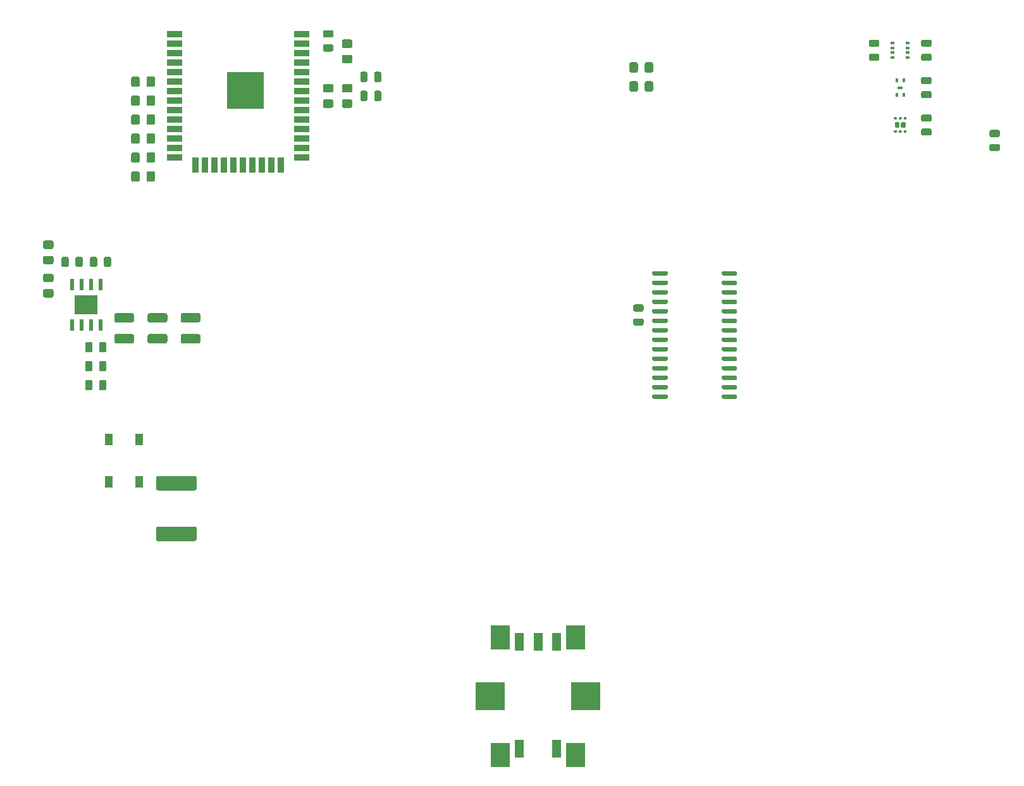
<source format=gbr>
G04 #@! TF.GenerationSoftware,KiCad,Pcbnew,(5.1.9-0-10_14)*
G04 #@! TF.CreationDate,2021-03-25T01:17:32-05:00*
G04 #@! TF.ProjectId,ClimateSprinklerController,436c696d-6174-4655-9370-72696e6b6c65,rev?*
G04 #@! TF.SameCoordinates,Original*
G04 #@! TF.FileFunction,Paste,Bot*
G04 #@! TF.FilePolarity,Positive*
%FSLAX46Y46*%
G04 Gerber Fmt 4.6, Leading zero omitted, Abs format (unit mm)*
G04 Created by KiCad (PCBNEW (5.1.9-0-10_14)) date 2021-03-25 01:17:32*
%MOMM*%
%LPD*%
G01*
G04 APERTURE LIST*
%ADD10R,1.300000X2.400000*%
%ADD11R,4.000000X3.750000*%
%ADD12R,2.500000X3.200000*%
%ADD13R,0.500000X0.350000*%
%ADD14R,0.300000X0.500000*%
%ADD15R,0.800000X0.350000*%
%ADD16R,3.100000X2.600000*%
%ADD17R,0.600000X1.550000*%
%ADD18R,2.000000X0.900000*%
%ADD19R,0.900000X2.000000*%
%ADD20R,5.000000X5.000000*%
%ADD21R,1.100000X1.500000*%
G04 APERTURE END LIST*
G36*
G01*
X104580000Y-84950000D02*
X102430000Y-84950000D01*
G75*
G02*
X102180000Y-84700000I0J250000D01*
G01*
X102180000Y-83950000D01*
G75*
G02*
X102430000Y-83700000I250000J0D01*
G01*
X104580000Y-83700000D01*
G75*
G02*
X104830000Y-83950000I0J-250000D01*
G01*
X104830000Y-84700000D01*
G75*
G02*
X104580000Y-84950000I-250000J0D01*
G01*
G37*
G36*
G01*
X104580000Y-87750000D02*
X102430000Y-87750000D01*
G75*
G02*
X102180000Y-87500000I0J250000D01*
G01*
X102180000Y-86750000D01*
G75*
G02*
X102430000Y-86500000I250000J0D01*
G01*
X104580000Y-86500000D01*
G75*
G02*
X104830000Y-86750000I0J-250000D01*
G01*
X104830000Y-87500000D01*
G75*
G02*
X104580000Y-87750000I-250000J0D01*
G01*
G37*
G36*
G01*
X100135000Y-84950000D02*
X97985000Y-84950000D01*
G75*
G02*
X97735000Y-84700000I0J250000D01*
G01*
X97735000Y-83950000D01*
G75*
G02*
X97985000Y-83700000I250000J0D01*
G01*
X100135000Y-83700000D01*
G75*
G02*
X100385000Y-83950000I0J-250000D01*
G01*
X100385000Y-84700000D01*
G75*
G02*
X100135000Y-84950000I-250000J0D01*
G01*
G37*
G36*
G01*
X100135000Y-87750000D02*
X97985000Y-87750000D01*
G75*
G02*
X97735000Y-87500000I0J250000D01*
G01*
X97735000Y-86750000D01*
G75*
G02*
X97985000Y-86500000I250000J0D01*
G01*
X100135000Y-86500000D01*
G75*
G02*
X100385000Y-86750000I0J-250000D01*
G01*
X100385000Y-87500000D01*
G75*
G02*
X100135000Y-87750000I-250000J0D01*
G01*
G37*
G36*
G01*
X95690000Y-84950000D02*
X93540000Y-84950000D01*
G75*
G02*
X93290000Y-84700000I0J250000D01*
G01*
X93290000Y-83950000D01*
G75*
G02*
X93540000Y-83700000I250000J0D01*
G01*
X95690000Y-83700000D01*
G75*
G02*
X95940000Y-83950000I0J-250000D01*
G01*
X95940000Y-84700000D01*
G75*
G02*
X95690000Y-84950000I-250000J0D01*
G01*
G37*
G36*
G01*
X95690000Y-87750000D02*
X93540000Y-87750000D01*
G75*
G02*
X93290000Y-87500000I0J250000D01*
G01*
X93290000Y-86750000D01*
G75*
G02*
X93540000Y-86500000I250000J0D01*
G01*
X95690000Y-86500000D01*
G75*
G02*
X95940000Y-86750000I0J-250000D01*
G01*
X95940000Y-87500000D01*
G75*
G02*
X95690000Y-87750000I-250000J0D01*
G01*
G37*
G36*
G01*
X128085000Y-55066250D02*
X128085000Y-54153750D01*
G75*
G02*
X128328750Y-53910000I243750J0D01*
G01*
X128816250Y-53910000D01*
G75*
G02*
X129060000Y-54153750I0J-243750D01*
G01*
X129060000Y-55066250D01*
G75*
G02*
X128816250Y-55310000I-243750J0D01*
G01*
X128328750Y-55310000D01*
G75*
G02*
X128085000Y-55066250I0J243750D01*
G01*
G37*
G36*
G01*
X126210000Y-55066250D02*
X126210000Y-54153750D01*
G75*
G02*
X126453750Y-53910000I243750J0D01*
G01*
X126941250Y-53910000D01*
G75*
G02*
X127185000Y-54153750I0J-243750D01*
G01*
X127185000Y-55066250D01*
G75*
G02*
X126941250Y-55310000I-243750J0D01*
G01*
X126453750Y-55310000D01*
G75*
G02*
X126210000Y-55066250I0J243750D01*
G01*
G37*
G36*
G01*
X128085000Y-52526250D02*
X128085000Y-51613750D01*
G75*
G02*
X128328750Y-51370000I243750J0D01*
G01*
X128816250Y-51370000D01*
G75*
G02*
X129060000Y-51613750I0J-243750D01*
G01*
X129060000Y-52526250D01*
G75*
G02*
X128816250Y-52770000I-243750J0D01*
G01*
X128328750Y-52770000D01*
G75*
G02*
X128085000Y-52526250I0J243750D01*
G01*
G37*
G36*
G01*
X126210000Y-52526250D02*
X126210000Y-51613750D01*
G75*
G02*
X126453750Y-51370000I243750J0D01*
G01*
X126941250Y-51370000D01*
G75*
G02*
X127185000Y-51613750I0J-243750D01*
G01*
X127185000Y-52526250D01*
G75*
G02*
X126941250Y-52770000I-243750J0D01*
G01*
X126453750Y-52770000D01*
G75*
G02*
X126210000Y-52526250I0J243750D01*
G01*
G37*
G36*
G01*
X124009999Y-55060000D02*
X124910001Y-55060000D01*
G75*
G02*
X125160000Y-55309999I0J-249999D01*
G01*
X125160000Y-55960001D01*
G75*
G02*
X124910001Y-56210000I-249999J0D01*
G01*
X124009999Y-56210000D01*
G75*
G02*
X123760000Y-55960001I0J249999D01*
G01*
X123760000Y-55309999D01*
G75*
G02*
X124009999Y-55060000I249999J0D01*
G01*
G37*
G36*
G01*
X124009999Y-53010000D02*
X124910001Y-53010000D01*
G75*
G02*
X125160000Y-53259999I0J-249999D01*
G01*
X125160000Y-53910001D01*
G75*
G02*
X124910001Y-54160000I-249999J0D01*
G01*
X124009999Y-54160000D01*
G75*
G02*
X123760000Y-53910001I0J249999D01*
G01*
X123760000Y-53259999D01*
G75*
G02*
X124009999Y-53010000I249999J0D01*
G01*
G37*
G36*
G01*
X211593750Y-60129000D02*
X210681250Y-60129000D01*
G75*
G02*
X210437500Y-59885250I0J243750D01*
G01*
X210437500Y-59397750D01*
G75*
G02*
X210681250Y-59154000I243750J0D01*
G01*
X211593750Y-59154000D01*
G75*
G02*
X211837500Y-59397750I0J-243750D01*
G01*
X211837500Y-59885250D01*
G75*
G02*
X211593750Y-60129000I-243750J0D01*
G01*
G37*
G36*
G01*
X211593750Y-62004000D02*
X210681250Y-62004000D01*
G75*
G02*
X210437500Y-61760250I0J243750D01*
G01*
X210437500Y-61272750D01*
G75*
G02*
X210681250Y-61029000I243750J0D01*
G01*
X211593750Y-61029000D01*
G75*
G02*
X211837500Y-61272750I0J-243750D01*
G01*
X211837500Y-61760250D01*
G75*
G02*
X211593750Y-62004000I-243750J0D01*
G01*
G37*
D10*
X147500000Y-127700000D03*
X150000000Y-127700000D03*
X152500000Y-127700000D03*
D11*
X143625000Y-135000000D03*
D10*
X152500000Y-142000000D03*
X147500000Y-142000000D03*
D11*
X156375000Y-135000000D03*
D12*
X145000000Y-142900000D03*
X155000000Y-142900000D03*
X145000000Y-127100000D03*
X155000000Y-127100000D03*
G36*
G01*
X121463750Y-47694000D02*
X122376250Y-47694000D01*
G75*
G02*
X122620000Y-47937750I0J-243750D01*
G01*
X122620000Y-48425250D01*
G75*
G02*
X122376250Y-48669000I-243750J0D01*
G01*
X121463750Y-48669000D01*
G75*
G02*
X121220000Y-48425250I0J243750D01*
G01*
X121220000Y-47937750D01*
G75*
G02*
X121463750Y-47694000I243750J0D01*
G01*
G37*
G36*
G01*
X121463750Y-45819000D02*
X122376250Y-45819000D01*
G75*
G02*
X122620000Y-46062750I0J-243750D01*
G01*
X122620000Y-46550250D01*
G75*
G02*
X122376250Y-46794000I-243750J0D01*
G01*
X121463750Y-46794000D01*
G75*
G02*
X121220000Y-46550250I0J243750D01*
G01*
X121220000Y-46062750D01*
G75*
G02*
X121463750Y-45819000I243750J0D01*
G01*
G37*
G36*
G01*
X174610000Y-95019000D02*
X174610000Y-94719000D01*
G75*
G02*
X174760000Y-94569000I150000J0D01*
G01*
X176510000Y-94569000D01*
G75*
G02*
X176660000Y-94719000I0J-150000D01*
G01*
X176660000Y-95019000D01*
G75*
G02*
X176510000Y-95169000I-150000J0D01*
G01*
X174760000Y-95169000D01*
G75*
G02*
X174610000Y-95019000I0J150000D01*
G01*
G37*
G36*
G01*
X174610000Y-93749000D02*
X174610000Y-93449000D01*
G75*
G02*
X174760000Y-93299000I150000J0D01*
G01*
X176510000Y-93299000D01*
G75*
G02*
X176660000Y-93449000I0J-150000D01*
G01*
X176660000Y-93749000D01*
G75*
G02*
X176510000Y-93899000I-150000J0D01*
G01*
X174760000Y-93899000D01*
G75*
G02*
X174610000Y-93749000I0J150000D01*
G01*
G37*
G36*
G01*
X174610000Y-92479000D02*
X174610000Y-92179000D01*
G75*
G02*
X174760000Y-92029000I150000J0D01*
G01*
X176510000Y-92029000D01*
G75*
G02*
X176660000Y-92179000I0J-150000D01*
G01*
X176660000Y-92479000D01*
G75*
G02*
X176510000Y-92629000I-150000J0D01*
G01*
X174760000Y-92629000D01*
G75*
G02*
X174610000Y-92479000I0J150000D01*
G01*
G37*
G36*
G01*
X174610000Y-91209000D02*
X174610000Y-90909000D01*
G75*
G02*
X174760000Y-90759000I150000J0D01*
G01*
X176510000Y-90759000D01*
G75*
G02*
X176660000Y-90909000I0J-150000D01*
G01*
X176660000Y-91209000D01*
G75*
G02*
X176510000Y-91359000I-150000J0D01*
G01*
X174760000Y-91359000D01*
G75*
G02*
X174610000Y-91209000I0J150000D01*
G01*
G37*
G36*
G01*
X174610000Y-89939000D02*
X174610000Y-89639000D01*
G75*
G02*
X174760000Y-89489000I150000J0D01*
G01*
X176510000Y-89489000D01*
G75*
G02*
X176660000Y-89639000I0J-150000D01*
G01*
X176660000Y-89939000D01*
G75*
G02*
X176510000Y-90089000I-150000J0D01*
G01*
X174760000Y-90089000D01*
G75*
G02*
X174610000Y-89939000I0J150000D01*
G01*
G37*
G36*
G01*
X174610000Y-88669000D02*
X174610000Y-88369000D01*
G75*
G02*
X174760000Y-88219000I150000J0D01*
G01*
X176510000Y-88219000D01*
G75*
G02*
X176660000Y-88369000I0J-150000D01*
G01*
X176660000Y-88669000D01*
G75*
G02*
X176510000Y-88819000I-150000J0D01*
G01*
X174760000Y-88819000D01*
G75*
G02*
X174610000Y-88669000I0J150000D01*
G01*
G37*
G36*
G01*
X174610000Y-87399000D02*
X174610000Y-87099000D01*
G75*
G02*
X174760000Y-86949000I150000J0D01*
G01*
X176510000Y-86949000D01*
G75*
G02*
X176660000Y-87099000I0J-150000D01*
G01*
X176660000Y-87399000D01*
G75*
G02*
X176510000Y-87549000I-150000J0D01*
G01*
X174760000Y-87549000D01*
G75*
G02*
X174610000Y-87399000I0J150000D01*
G01*
G37*
G36*
G01*
X174610000Y-86129000D02*
X174610000Y-85829000D01*
G75*
G02*
X174760000Y-85679000I150000J0D01*
G01*
X176510000Y-85679000D01*
G75*
G02*
X176660000Y-85829000I0J-150000D01*
G01*
X176660000Y-86129000D01*
G75*
G02*
X176510000Y-86279000I-150000J0D01*
G01*
X174760000Y-86279000D01*
G75*
G02*
X174610000Y-86129000I0J150000D01*
G01*
G37*
G36*
G01*
X174610000Y-84859000D02*
X174610000Y-84559000D01*
G75*
G02*
X174760000Y-84409000I150000J0D01*
G01*
X176510000Y-84409000D01*
G75*
G02*
X176660000Y-84559000I0J-150000D01*
G01*
X176660000Y-84859000D01*
G75*
G02*
X176510000Y-85009000I-150000J0D01*
G01*
X174760000Y-85009000D01*
G75*
G02*
X174610000Y-84859000I0J150000D01*
G01*
G37*
G36*
G01*
X174610000Y-83589000D02*
X174610000Y-83289000D01*
G75*
G02*
X174760000Y-83139000I150000J0D01*
G01*
X176510000Y-83139000D01*
G75*
G02*
X176660000Y-83289000I0J-150000D01*
G01*
X176660000Y-83589000D01*
G75*
G02*
X176510000Y-83739000I-150000J0D01*
G01*
X174760000Y-83739000D01*
G75*
G02*
X174610000Y-83589000I0J150000D01*
G01*
G37*
G36*
G01*
X174610000Y-82319000D02*
X174610000Y-82019000D01*
G75*
G02*
X174760000Y-81869000I150000J0D01*
G01*
X176510000Y-81869000D01*
G75*
G02*
X176660000Y-82019000I0J-150000D01*
G01*
X176660000Y-82319000D01*
G75*
G02*
X176510000Y-82469000I-150000J0D01*
G01*
X174760000Y-82469000D01*
G75*
G02*
X174610000Y-82319000I0J150000D01*
G01*
G37*
G36*
G01*
X174610000Y-81049000D02*
X174610000Y-80749000D01*
G75*
G02*
X174760000Y-80599000I150000J0D01*
G01*
X176510000Y-80599000D01*
G75*
G02*
X176660000Y-80749000I0J-150000D01*
G01*
X176660000Y-81049000D01*
G75*
G02*
X176510000Y-81199000I-150000J0D01*
G01*
X174760000Y-81199000D01*
G75*
G02*
X174610000Y-81049000I0J150000D01*
G01*
G37*
G36*
G01*
X174610000Y-79779000D02*
X174610000Y-79479000D01*
G75*
G02*
X174760000Y-79329000I150000J0D01*
G01*
X176510000Y-79329000D01*
G75*
G02*
X176660000Y-79479000I0J-150000D01*
G01*
X176660000Y-79779000D01*
G75*
G02*
X176510000Y-79929000I-150000J0D01*
G01*
X174760000Y-79929000D01*
G75*
G02*
X174610000Y-79779000I0J150000D01*
G01*
G37*
G36*
G01*
X174610000Y-78509000D02*
X174610000Y-78209000D01*
G75*
G02*
X174760000Y-78059000I150000J0D01*
G01*
X176510000Y-78059000D01*
G75*
G02*
X176660000Y-78209000I0J-150000D01*
G01*
X176660000Y-78509000D01*
G75*
G02*
X176510000Y-78659000I-150000J0D01*
G01*
X174760000Y-78659000D01*
G75*
G02*
X174610000Y-78509000I0J150000D01*
G01*
G37*
G36*
G01*
X165310000Y-78509000D02*
X165310000Y-78209000D01*
G75*
G02*
X165460000Y-78059000I150000J0D01*
G01*
X167210000Y-78059000D01*
G75*
G02*
X167360000Y-78209000I0J-150000D01*
G01*
X167360000Y-78509000D01*
G75*
G02*
X167210000Y-78659000I-150000J0D01*
G01*
X165460000Y-78659000D01*
G75*
G02*
X165310000Y-78509000I0J150000D01*
G01*
G37*
G36*
G01*
X165310000Y-79779000D02*
X165310000Y-79479000D01*
G75*
G02*
X165460000Y-79329000I150000J0D01*
G01*
X167210000Y-79329000D01*
G75*
G02*
X167360000Y-79479000I0J-150000D01*
G01*
X167360000Y-79779000D01*
G75*
G02*
X167210000Y-79929000I-150000J0D01*
G01*
X165460000Y-79929000D01*
G75*
G02*
X165310000Y-79779000I0J150000D01*
G01*
G37*
G36*
G01*
X165310000Y-81049000D02*
X165310000Y-80749000D01*
G75*
G02*
X165460000Y-80599000I150000J0D01*
G01*
X167210000Y-80599000D01*
G75*
G02*
X167360000Y-80749000I0J-150000D01*
G01*
X167360000Y-81049000D01*
G75*
G02*
X167210000Y-81199000I-150000J0D01*
G01*
X165460000Y-81199000D01*
G75*
G02*
X165310000Y-81049000I0J150000D01*
G01*
G37*
G36*
G01*
X165310000Y-82319000D02*
X165310000Y-82019000D01*
G75*
G02*
X165460000Y-81869000I150000J0D01*
G01*
X167210000Y-81869000D01*
G75*
G02*
X167360000Y-82019000I0J-150000D01*
G01*
X167360000Y-82319000D01*
G75*
G02*
X167210000Y-82469000I-150000J0D01*
G01*
X165460000Y-82469000D01*
G75*
G02*
X165310000Y-82319000I0J150000D01*
G01*
G37*
G36*
G01*
X165310000Y-83589000D02*
X165310000Y-83289000D01*
G75*
G02*
X165460000Y-83139000I150000J0D01*
G01*
X167210000Y-83139000D01*
G75*
G02*
X167360000Y-83289000I0J-150000D01*
G01*
X167360000Y-83589000D01*
G75*
G02*
X167210000Y-83739000I-150000J0D01*
G01*
X165460000Y-83739000D01*
G75*
G02*
X165310000Y-83589000I0J150000D01*
G01*
G37*
G36*
G01*
X165310000Y-84859000D02*
X165310000Y-84559000D01*
G75*
G02*
X165460000Y-84409000I150000J0D01*
G01*
X167210000Y-84409000D01*
G75*
G02*
X167360000Y-84559000I0J-150000D01*
G01*
X167360000Y-84859000D01*
G75*
G02*
X167210000Y-85009000I-150000J0D01*
G01*
X165460000Y-85009000D01*
G75*
G02*
X165310000Y-84859000I0J150000D01*
G01*
G37*
G36*
G01*
X165310000Y-86129000D02*
X165310000Y-85829000D01*
G75*
G02*
X165460000Y-85679000I150000J0D01*
G01*
X167210000Y-85679000D01*
G75*
G02*
X167360000Y-85829000I0J-150000D01*
G01*
X167360000Y-86129000D01*
G75*
G02*
X167210000Y-86279000I-150000J0D01*
G01*
X165460000Y-86279000D01*
G75*
G02*
X165310000Y-86129000I0J150000D01*
G01*
G37*
G36*
G01*
X165310000Y-87399000D02*
X165310000Y-87099000D01*
G75*
G02*
X165460000Y-86949000I150000J0D01*
G01*
X167210000Y-86949000D01*
G75*
G02*
X167360000Y-87099000I0J-150000D01*
G01*
X167360000Y-87399000D01*
G75*
G02*
X167210000Y-87549000I-150000J0D01*
G01*
X165460000Y-87549000D01*
G75*
G02*
X165310000Y-87399000I0J150000D01*
G01*
G37*
G36*
G01*
X165310000Y-88669000D02*
X165310000Y-88369000D01*
G75*
G02*
X165460000Y-88219000I150000J0D01*
G01*
X167210000Y-88219000D01*
G75*
G02*
X167360000Y-88369000I0J-150000D01*
G01*
X167360000Y-88669000D01*
G75*
G02*
X167210000Y-88819000I-150000J0D01*
G01*
X165460000Y-88819000D01*
G75*
G02*
X165310000Y-88669000I0J150000D01*
G01*
G37*
G36*
G01*
X165310000Y-89939000D02*
X165310000Y-89639000D01*
G75*
G02*
X165460000Y-89489000I150000J0D01*
G01*
X167210000Y-89489000D01*
G75*
G02*
X167360000Y-89639000I0J-150000D01*
G01*
X167360000Y-89939000D01*
G75*
G02*
X167210000Y-90089000I-150000J0D01*
G01*
X165460000Y-90089000D01*
G75*
G02*
X165310000Y-89939000I0J150000D01*
G01*
G37*
G36*
G01*
X165310000Y-91209000D02*
X165310000Y-90909000D01*
G75*
G02*
X165460000Y-90759000I150000J0D01*
G01*
X167210000Y-90759000D01*
G75*
G02*
X167360000Y-90909000I0J-150000D01*
G01*
X167360000Y-91209000D01*
G75*
G02*
X167210000Y-91359000I-150000J0D01*
G01*
X165460000Y-91359000D01*
G75*
G02*
X165310000Y-91209000I0J150000D01*
G01*
G37*
G36*
G01*
X165310000Y-92479000D02*
X165310000Y-92179000D01*
G75*
G02*
X165460000Y-92029000I150000J0D01*
G01*
X167210000Y-92029000D01*
G75*
G02*
X167360000Y-92179000I0J-150000D01*
G01*
X167360000Y-92479000D01*
G75*
G02*
X167210000Y-92629000I-150000J0D01*
G01*
X165460000Y-92629000D01*
G75*
G02*
X165310000Y-92479000I0J150000D01*
G01*
G37*
G36*
G01*
X165310000Y-93749000D02*
X165310000Y-93449000D01*
G75*
G02*
X165460000Y-93299000I150000J0D01*
G01*
X167210000Y-93299000D01*
G75*
G02*
X167360000Y-93449000I0J-150000D01*
G01*
X167360000Y-93749000D01*
G75*
G02*
X167210000Y-93899000I-150000J0D01*
G01*
X165460000Y-93899000D01*
G75*
G02*
X165310000Y-93749000I0J150000D01*
G01*
G37*
G36*
G01*
X165310000Y-95019000D02*
X165310000Y-94719000D01*
G75*
G02*
X165460000Y-94569000I150000J0D01*
G01*
X167210000Y-94569000D01*
G75*
G02*
X167360000Y-94719000I0J-150000D01*
G01*
X167360000Y-95019000D01*
G75*
G02*
X167210000Y-95169000I-150000J0D01*
G01*
X165460000Y-95169000D01*
G75*
G02*
X165310000Y-95019000I0J150000D01*
G01*
G37*
D13*
X199525000Y-49475000D03*
X199525000Y-48825000D03*
X199525000Y-48175000D03*
X199525000Y-47525000D03*
X197475000Y-47525000D03*
X197475000Y-48175000D03*
X197475000Y-48825000D03*
X197475000Y-49475000D03*
D14*
X198025000Y-52550000D03*
X198975000Y-54450000D03*
X198025000Y-54450000D03*
X198975000Y-52550000D03*
D15*
X198500000Y-53500000D03*
G36*
G01*
X198740000Y-58095000D02*
X199060000Y-58095000D01*
G75*
G02*
X199220000Y-58255000I0J-160000D01*
G01*
X199220000Y-58745000D01*
G75*
G02*
X199060000Y-58905000I-160000J0D01*
G01*
X198740000Y-58905000D01*
G75*
G02*
X198580000Y-58745000I0J160000D01*
G01*
X198580000Y-58255000D01*
G75*
G02*
X198740000Y-58095000I160000J0D01*
G01*
G37*
G36*
G01*
X197940000Y-58095000D02*
X198260000Y-58095000D01*
G75*
G02*
X198420000Y-58255000I0J-160000D01*
G01*
X198420000Y-58745000D01*
G75*
G02*
X198260000Y-58905000I-160000J0D01*
G01*
X197940000Y-58905000D01*
G75*
G02*
X197780000Y-58745000I0J160000D01*
G01*
X197780000Y-58255000D01*
G75*
G02*
X197940000Y-58095000I160000J0D01*
G01*
G37*
G36*
G01*
X197743750Y-59200000D02*
X197956250Y-59200000D01*
G75*
G02*
X198050000Y-59293750I0J-93750D01*
G01*
X198050000Y-59481250D01*
G75*
G02*
X197956250Y-59575000I-93750J0D01*
G01*
X197743750Y-59575000D01*
G75*
G02*
X197650000Y-59481250I0J93750D01*
G01*
X197650000Y-59293750D01*
G75*
G02*
X197743750Y-59200000I93750J0D01*
G01*
G37*
G36*
G01*
X198393750Y-59200000D02*
X198606250Y-59200000D01*
G75*
G02*
X198700000Y-59293750I0J-93750D01*
G01*
X198700000Y-59481250D01*
G75*
G02*
X198606250Y-59575000I-93750J0D01*
G01*
X198393750Y-59575000D01*
G75*
G02*
X198300000Y-59481250I0J93750D01*
G01*
X198300000Y-59293750D01*
G75*
G02*
X198393750Y-59200000I93750J0D01*
G01*
G37*
G36*
G01*
X199043750Y-59200000D02*
X199256250Y-59200000D01*
G75*
G02*
X199350000Y-59293750I0J-93750D01*
G01*
X199350000Y-59481250D01*
G75*
G02*
X199256250Y-59575000I-93750J0D01*
G01*
X199043750Y-59575000D01*
G75*
G02*
X198950000Y-59481250I0J93750D01*
G01*
X198950000Y-59293750D01*
G75*
G02*
X199043750Y-59200000I93750J0D01*
G01*
G37*
G36*
G01*
X199043750Y-57425000D02*
X199256250Y-57425000D01*
G75*
G02*
X199350000Y-57518750I0J-93750D01*
G01*
X199350000Y-57706250D01*
G75*
G02*
X199256250Y-57800000I-93750J0D01*
G01*
X199043750Y-57800000D01*
G75*
G02*
X198950000Y-57706250I0J93750D01*
G01*
X198950000Y-57518750D01*
G75*
G02*
X199043750Y-57425000I93750J0D01*
G01*
G37*
G36*
G01*
X198393750Y-57425000D02*
X198606250Y-57425000D01*
G75*
G02*
X198700000Y-57518750I0J-93750D01*
G01*
X198700000Y-57706250D01*
G75*
G02*
X198606250Y-57800000I-93750J0D01*
G01*
X198393750Y-57800000D01*
G75*
G02*
X198300000Y-57706250I0J93750D01*
G01*
X198300000Y-57518750D01*
G75*
G02*
X198393750Y-57425000I93750J0D01*
G01*
G37*
G36*
G01*
X197743750Y-57425000D02*
X197956250Y-57425000D01*
G75*
G02*
X198050000Y-57518750I0J-93750D01*
G01*
X198050000Y-57706250D01*
G75*
G02*
X197956250Y-57800000I-93750J0D01*
G01*
X197743750Y-57800000D01*
G75*
G02*
X197650000Y-57706250I0J93750D01*
G01*
X197650000Y-57518750D01*
G75*
G02*
X197743750Y-57425000I93750J0D01*
G01*
G37*
G36*
G01*
X91255000Y-91261250D02*
X91255000Y-90348750D01*
G75*
G02*
X91498750Y-90105000I243750J0D01*
G01*
X91986250Y-90105000D01*
G75*
G02*
X92230000Y-90348750I0J-243750D01*
G01*
X92230000Y-91261250D01*
G75*
G02*
X91986250Y-91505000I-243750J0D01*
G01*
X91498750Y-91505000D01*
G75*
G02*
X91255000Y-91261250I0J243750D01*
G01*
G37*
G36*
G01*
X89380000Y-91261250D02*
X89380000Y-90348750D01*
G75*
G02*
X89623750Y-90105000I243750J0D01*
G01*
X90111250Y-90105000D01*
G75*
G02*
X90355000Y-90348750I0J-243750D01*
G01*
X90355000Y-91261250D01*
G75*
G02*
X90111250Y-91505000I-243750J0D01*
G01*
X89623750Y-91505000D01*
G75*
G02*
X89380000Y-91261250I0J243750D01*
G01*
G37*
G36*
G01*
X122370001Y-54160000D02*
X121469999Y-54160000D01*
G75*
G02*
X121220000Y-53910001I0J249999D01*
G01*
X121220000Y-53259999D01*
G75*
G02*
X121469999Y-53010000I249999J0D01*
G01*
X122370001Y-53010000D01*
G75*
G02*
X122620000Y-53259999I0J-249999D01*
G01*
X122620000Y-53910001D01*
G75*
G02*
X122370001Y-54160000I-249999J0D01*
G01*
G37*
G36*
G01*
X122370001Y-56210000D02*
X121469999Y-56210000D01*
G75*
G02*
X121220000Y-55960001I0J249999D01*
G01*
X121220000Y-55309999D01*
G75*
G02*
X121469999Y-55060000I249999J0D01*
G01*
X122370001Y-55060000D01*
G75*
G02*
X122620000Y-55309999I0J-249999D01*
G01*
X122620000Y-55960001D01*
G75*
G02*
X122370001Y-56210000I-249999J0D01*
G01*
G37*
D16*
X89535000Y-82550000D03*
D17*
X91440000Y-79850000D03*
X90170000Y-79850000D03*
X88900000Y-79850000D03*
X87630000Y-79850000D03*
X87630000Y-85250000D03*
X88900000Y-85250000D03*
X90170000Y-85250000D03*
X91440000Y-85250000D03*
D18*
X101355000Y-46355000D03*
X101355000Y-47625000D03*
X101355000Y-48895000D03*
X101355000Y-50165000D03*
X101355000Y-51435000D03*
X101355000Y-52705000D03*
X101355000Y-53975000D03*
X101355000Y-55245000D03*
X101355000Y-56515000D03*
X101355000Y-57785000D03*
X101355000Y-59055000D03*
X101355000Y-60325000D03*
X101355000Y-61595000D03*
X101355000Y-62865000D03*
D19*
X104140000Y-63865000D03*
X105410000Y-63865000D03*
X106680000Y-63865000D03*
X107950000Y-63865000D03*
X109220000Y-63865000D03*
X110490000Y-63865000D03*
X111760000Y-63865000D03*
X113030000Y-63865000D03*
X114300000Y-63865000D03*
X115570000Y-63865000D03*
D18*
X118355000Y-62865000D03*
X118355000Y-61595000D03*
X118355000Y-60325000D03*
X118355000Y-59055000D03*
X118355000Y-57785000D03*
X118355000Y-56515000D03*
X118355000Y-55245000D03*
X118355000Y-53975000D03*
X118355000Y-52705000D03*
X118355000Y-51435000D03*
X118355000Y-50165000D03*
X118355000Y-48895000D03*
X118355000Y-47625000D03*
X118355000Y-46355000D03*
D20*
X110855000Y-53855000D03*
G36*
G01*
X96705000Y-52254999D02*
X96705000Y-53155001D01*
G75*
G02*
X96455001Y-53405000I-249999J0D01*
G01*
X95804999Y-53405000D01*
G75*
G02*
X95555000Y-53155001I0J249999D01*
G01*
X95555000Y-52254999D01*
G75*
G02*
X95804999Y-52005000I249999J0D01*
G01*
X96455001Y-52005000D01*
G75*
G02*
X96705000Y-52254999I0J-249999D01*
G01*
G37*
G36*
G01*
X98755000Y-52254999D02*
X98755000Y-53155001D01*
G75*
G02*
X98505001Y-53405000I-249999J0D01*
G01*
X97854999Y-53405000D01*
G75*
G02*
X97605000Y-53155001I0J249999D01*
G01*
X97605000Y-52254999D01*
G75*
G02*
X97854999Y-52005000I249999J0D01*
G01*
X98505001Y-52005000D01*
G75*
G02*
X98755000Y-52254999I0J-249999D01*
G01*
G37*
G36*
G01*
X84004999Y-80460000D02*
X84905001Y-80460000D01*
G75*
G02*
X85155000Y-80709999I0J-249999D01*
G01*
X85155000Y-81360001D01*
G75*
G02*
X84905001Y-81610000I-249999J0D01*
G01*
X84004999Y-81610000D01*
G75*
G02*
X83755000Y-81360001I0J249999D01*
G01*
X83755000Y-80709999D01*
G75*
G02*
X84004999Y-80460000I249999J0D01*
G01*
G37*
G36*
G01*
X84004999Y-78410000D02*
X84905001Y-78410000D01*
G75*
G02*
X85155000Y-78659999I0J-249999D01*
G01*
X85155000Y-79310001D01*
G75*
G02*
X84905001Y-79560000I-249999J0D01*
G01*
X84004999Y-79560000D01*
G75*
G02*
X83755000Y-79310001I0J249999D01*
G01*
X83755000Y-78659999D01*
G75*
G02*
X84004999Y-78410000I249999J0D01*
G01*
G37*
G36*
G01*
X84004999Y-76015000D02*
X84905001Y-76015000D01*
G75*
G02*
X85155000Y-76264999I0J-249999D01*
G01*
X85155000Y-76915001D01*
G75*
G02*
X84905001Y-77165000I-249999J0D01*
G01*
X84004999Y-77165000D01*
G75*
G02*
X83755000Y-76915001I0J249999D01*
G01*
X83755000Y-76264999D01*
G75*
G02*
X84004999Y-76015000I249999J0D01*
G01*
G37*
G36*
G01*
X84004999Y-73965000D02*
X84905001Y-73965000D01*
G75*
G02*
X85155000Y-74214999I0J-249999D01*
G01*
X85155000Y-74865001D01*
G75*
G02*
X84905001Y-75115000I-249999J0D01*
G01*
X84004999Y-75115000D01*
G75*
G02*
X83755000Y-74865001I0J249999D01*
G01*
X83755000Y-74214999D01*
G75*
G02*
X84004999Y-73965000I249999J0D01*
G01*
G37*
G36*
G01*
X164280000Y-53790001D02*
X164280000Y-52889999D01*
G75*
G02*
X164529999Y-52640000I249999J0D01*
G01*
X165180001Y-52640000D01*
G75*
G02*
X165430000Y-52889999I0J-249999D01*
G01*
X165430000Y-53790001D01*
G75*
G02*
X165180001Y-54040000I-249999J0D01*
G01*
X164529999Y-54040000D01*
G75*
G02*
X164280000Y-53790001I0J249999D01*
G01*
G37*
G36*
G01*
X162230000Y-53790001D02*
X162230000Y-52889999D01*
G75*
G02*
X162479999Y-52640000I249999J0D01*
G01*
X163130001Y-52640000D01*
G75*
G02*
X163380000Y-52889999I0J-249999D01*
G01*
X163380000Y-53790001D01*
G75*
G02*
X163130001Y-54040000I-249999J0D01*
G01*
X162479999Y-54040000D01*
G75*
G02*
X162230000Y-53790001I0J249999D01*
G01*
G37*
G36*
G01*
X164280000Y-51250001D02*
X164280000Y-50349999D01*
G75*
G02*
X164529999Y-50100000I249999J0D01*
G01*
X165180001Y-50100000D01*
G75*
G02*
X165430000Y-50349999I0J-249999D01*
G01*
X165430000Y-51250001D01*
G75*
G02*
X165180001Y-51500000I-249999J0D01*
G01*
X164529999Y-51500000D01*
G75*
G02*
X164280000Y-51250001I0J249999D01*
G01*
G37*
G36*
G01*
X162230000Y-51250001D02*
X162230000Y-50349999D01*
G75*
G02*
X162479999Y-50100000I249999J0D01*
G01*
X163130001Y-50100000D01*
G75*
G02*
X163380000Y-50349999I0J-249999D01*
G01*
X163380000Y-51250001D01*
G75*
G02*
X163130001Y-51500000I-249999J0D01*
G01*
X162479999Y-51500000D01*
G75*
G02*
X162230000Y-51250001I0J249999D01*
G01*
G37*
G36*
G01*
X97605000Y-65855001D02*
X97605000Y-64954999D01*
G75*
G02*
X97854999Y-64705000I249999J0D01*
G01*
X98505001Y-64705000D01*
G75*
G02*
X98755000Y-64954999I0J-249999D01*
G01*
X98755000Y-65855001D01*
G75*
G02*
X98505001Y-66105000I-249999J0D01*
G01*
X97854999Y-66105000D01*
G75*
G02*
X97605000Y-65855001I0J249999D01*
G01*
G37*
G36*
G01*
X95555000Y-65855001D02*
X95555000Y-64954999D01*
G75*
G02*
X95804999Y-64705000I249999J0D01*
G01*
X96455001Y-64705000D01*
G75*
G02*
X96705000Y-64954999I0J-249999D01*
G01*
X96705000Y-65855001D01*
G75*
G02*
X96455001Y-66105000I-249999J0D01*
G01*
X95804999Y-66105000D01*
G75*
G02*
X95555000Y-65855001I0J249999D01*
G01*
G37*
G36*
G01*
X97605000Y-60775001D02*
X97605000Y-59874999D01*
G75*
G02*
X97854999Y-59625000I249999J0D01*
G01*
X98505001Y-59625000D01*
G75*
G02*
X98755000Y-59874999I0J-249999D01*
G01*
X98755000Y-60775001D01*
G75*
G02*
X98505001Y-61025000I-249999J0D01*
G01*
X97854999Y-61025000D01*
G75*
G02*
X97605000Y-60775001I0J249999D01*
G01*
G37*
G36*
G01*
X95555000Y-60775001D02*
X95555000Y-59874999D01*
G75*
G02*
X95804999Y-59625000I249999J0D01*
G01*
X96455001Y-59625000D01*
G75*
G02*
X96705000Y-59874999I0J-249999D01*
G01*
X96705000Y-60775001D01*
G75*
G02*
X96455001Y-61025000I-249999J0D01*
G01*
X95804999Y-61025000D01*
G75*
G02*
X95555000Y-60775001I0J249999D01*
G01*
G37*
G36*
G01*
X97605000Y-55695001D02*
X97605000Y-54794999D01*
G75*
G02*
X97854999Y-54545000I249999J0D01*
G01*
X98505001Y-54545000D01*
G75*
G02*
X98755000Y-54794999I0J-249999D01*
G01*
X98755000Y-55695001D01*
G75*
G02*
X98505001Y-55945000I-249999J0D01*
G01*
X97854999Y-55945000D01*
G75*
G02*
X97605000Y-55695001I0J249999D01*
G01*
G37*
G36*
G01*
X95555000Y-55695001D02*
X95555000Y-54794999D01*
G75*
G02*
X95804999Y-54545000I249999J0D01*
G01*
X96455001Y-54545000D01*
G75*
G02*
X96705000Y-54794999I0J-249999D01*
G01*
X96705000Y-55695001D01*
G75*
G02*
X96455001Y-55945000I-249999J0D01*
G01*
X95804999Y-55945000D01*
G75*
G02*
X95555000Y-55695001I0J249999D01*
G01*
G37*
G36*
G01*
X97605000Y-58235001D02*
X97605000Y-57334999D01*
G75*
G02*
X97854999Y-57085000I249999J0D01*
G01*
X98505001Y-57085000D01*
G75*
G02*
X98755000Y-57334999I0J-249999D01*
G01*
X98755000Y-58235001D01*
G75*
G02*
X98505001Y-58485000I-249999J0D01*
G01*
X97854999Y-58485000D01*
G75*
G02*
X97605000Y-58235001I0J249999D01*
G01*
G37*
G36*
G01*
X95555000Y-58235001D02*
X95555000Y-57334999D01*
G75*
G02*
X95804999Y-57085000I249999J0D01*
G01*
X96455001Y-57085000D01*
G75*
G02*
X96705000Y-57334999I0J-249999D01*
G01*
X96705000Y-58235001D01*
G75*
G02*
X96455001Y-58485000I-249999J0D01*
G01*
X95804999Y-58485000D01*
G75*
G02*
X95555000Y-58235001I0J249999D01*
G01*
G37*
G36*
G01*
X96705000Y-62414999D02*
X96705000Y-63315001D01*
G75*
G02*
X96455001Y-63565000I-249999J0D01*
G01*
X95804999Y-63565000D01*
G75*
G02*
X95555000Y-63315001I0J249999D01*
G01*
X95555000Y-62414999D01*
G75*
G02*
X95804999Y-62165000I249999J0D01*
G01*
X96455001Y-62165000D01*
G75*
G02*
X96705000Y-62414999I0J-249999D01*
G01*
G37*
G36*
G01*
X98755000Y-62414999D02*
X98755000Y-63315001D01*
G75*
G02*
X98505001Y-63565000I-249999J0D01*
G01*
X97854999Y-63565000D01*
G75*
G02*
X97605000Y-63315001I0J249999D01*
G01*
X97605000Y-62414999D01*
G75*
G02*
X97854999Y-62165000I249999J0D01*
G01*
X98505001Y-62165000D01*
G75*
G02*
X98755000Y-62414999I0J-249999D01*
G01*
G37*
G36*
G01*
X124910001Y-48200000D02*
X124009999Y-48200000D01*
G75*
G02*
X123760000Y-47950001I0J249999D01*
G01*
X123760000Y-47299999D01*
G75*
G02*
X124009999Y-47050000I249999J0D01*
G01*
X124910001Y-47050000D01*
G75*
G02*
X125160000Y-47299999I0J-249999D01*
G01*
X125160000Y-47950001D01*
G75*
G02*
X124910001Y-48200000I-249999J0D01*
G01*
G37*
G36*
G01*
X124910001Y-50250000D02*
X124009999Y-50250000D01*
G75*
G02*
X123760000Y-50000001I0J249999D01*
G01*
X123760000Y-49349999D01*
G75*
G02*
X124009999Y-49100000I249999J0D01*
G01*
X124910001Y-49100000D01*
G75*
G02*
X125160000Y-49349999I0J-249999D01*
G01*
X125160000Y-50000001D01*
G75*
G02*
X124910001Y-50250000I-249999J0D01*
G01*
G37*
G36*
G01*
X104075001Y-107430000D02*
X99124999Y-107430000D01*
G75*
G02*
X98875000Y-107180001I0J249999D01*
G01*
X98875000Y-105754999D01*
G75*
G02*
X99124999Y-105505000I249999J0D01*
G01*
X104075001Y-105505000D01*
G75*
G02*
X104325000Y-105754999I0J-249999D01*
G01*
X104325000Y-107180001D01*
G75*
G02*
X104075001Y-107430000I-249999J0D01*
G01*
G37*
G36*
G01*
X104075001Y-114205000D02*
X99124999Y-114205000D01*
G75*
G02*
X98875000Y-113955001I0J249999D01*
G01*
X98875000Y-112529999D01*
G75*
G02*
X99124999Y-112280000I249999J0D01*
G01*
X104075001Y-112280000D01*
G75*
G02*
X104325000Y-112529999I0J-249999D01*
G01*
X104325000Y-113955001D01*
G75*
G02*
X104075001Y-114205000I-249999J0D01*
G01*
G37*
D21*
X92515000Y-106305000D03*
X96615000Y-106305000D03*
X96615000Y-100605000D03*
X92515000Y-100605000D03*
G36*
G01*
X202456250Y-53050000D02*
X201543750Y-53050000D01*
G75*
G02*
X201300000Y-52806250I0J243750D01*
G01*
X201300000Y-52318750D01*
G75*
G02*
X201543750Y-52075000I243750J0D01*
G01*
X202456250Y-52075000D01*
G75*
G02*
X202700000Y-52318750I0J-243750D01*
G01*
X202700000Y-52806250D01*
G75*
G02*
X202456250Y-53050000I-243750J0D01*
G01*
G37*
G36*
G01*
X202456250Y-54925000D02*
X201543750Y-54925000D01*
G75*
G02*
X201300000Y-54681250I0J243750D01*
G01*
X201300000Y-54193750D01*
G75*
G02*
X201543750Y-53950000I243750J0D01*
G01*
X202456250Y-53950000D01*
G75*
G02*
X202700000Y-54193750I0J-243750D01*
G01*
X202700000Y-54681250D01*
G75*
G02*
X202456250Y-54925000I-243750J0D01*
G01*
G37*
G36*
G01*
X195456250Y-48050000D02*
X194543750Y-48050000D01*
G75*
G02*
X194300000Y-47806250I0J243750D01*
G01*
X194300000Y-47318750D01*
G75*
G02*
X194543750Y-47075000I243750J0D01*
G01*
X195456250Y-47075000D01*
G75*
G02*
X195700000Y-47318750I0J-243750D01*
G01*
X195700000Y-47806250D01*
G75*
G02*
X195456250Y-48050000I-243750J0D01*
G01*
G37*
G36*
G01*
X195456250Y-49925000D02*
X194543750Y-49925000D01*
G75*
G02*
X194300000Y-49681250I0J243750D01*
G01*
X194300000Y-49193750D01*
G75*
G02*
X194543750Y-48950000I243750J0D01*
G01*
X195456250Y-48950000D01*
G75*
G02*
X195700000Y-49193750I0J-243750D01*
G01*
X195700000Y-49681250D01*
G75*
G02*
X195456250Y-49925000I-243750J0D01*
G01*
G37*
G36*
G01*
X202456250Y-48050000D02*
X201543750Y-48050000D01*
G75*
G02*
X201300000Y-47806250I0J243750D01*
G01*
X201300000Y-47318750D01*
G75*
G02*
X201543750Y-47075000I243750J0D01*
G01*
X202456250Y-47075000D01*
G75*
G02*
X202700000Y-47318750I0J-243750D01*
G01*
X202700000Y-47806250D01*
G75*
G02*
X202456250Y-48050000I-243750J0D01*
G01*
G37*
G36*
G01*
X202456250Y-49925000D02*
X201543750Y-49925000D01*
G75*
G02*
X201300000Y-49681250I0J243750D01*
G01*
X201300000Y-49193750D01*
G75*
G02*
X201543750Y-48950000I243750J0D01*
G01*
X202456250Y-48950000D01*
G75*
G02*
X202700000Y-49193750I0J-243750D01*
G01*
X202700000Y-49681250D01*
G75*
G02*
X202456250Y-49925000I-243750J0D01*
G01*
G37*
G36*
G01*
X202456250Y-58050000D02*
X201543750Y-58050000D01*
G75*
G02*
X201300000Y-57806250I0J243750D01*
G01*
X201300000Y-57318750D01*
G75*
G02*
X201543750Y-57075000I243750J0D01*
G01*
X202456250Y-57075000D01*
G75*
G02*
X202700000Y-57318750I0J-243750D01*
G01*
X202700000Y-57806250D01*
G75*
G02*
X202456250Y-58050000I-243750J0D01*
G01*
G37*
G36*
G01*
X202456250Y-59925000D02*
X201543750Y-59925000D01*
G75*
G02*
X201300000Y-59681250I0J243750D01*
G01*
X201300000Y-59193750D01*
G75*
G02*
X201543750Y-58950000I243750J0D01*
G01*
X202456250Y-58950000D01*
G75*
G02*
X202700000Y-59193750I0J-243750D01*
G01*
X202700000Y-59681250D01*
G75*
G02*
X202456250Y-59925000I-243750J0D01*
G01*
G37*
G36*
G01*
X91255000Y-93801250D02*
X91255000Y-92888750D01*
G75*
G02*
X91498750Y-92645000I243750J0D01*
G01*
X91986250Y-92645000D01*
G75*
G02*
X92230000Y-92888750I0J-243750D01*
G01*
X92230000Y-93801250D01*
G75*
G02*
X91986250Y-94045000I-243750J0D01*
G01*
X91498750Y-94045000D01*
G75*
G02*
X91255000Y-93801250I0J243750D01*
G01*
G37*
G36*
G01*
X89380000Y-93801250D02*
X89380000Y-92888750D01*
G75*
G02*
X89623750Y-92645000I243750J0D01*
G01*
X90111250Y-92645000D01*
G75*
G02*
X90355000Y-92888750I0J-243750D01*
G01*
X90355000Y-93801250D01*
G75*
G02*
X90111250Y-94045000I-243750J0D01*
G01*
X89623750Y-94045000D01*
G75*
G02*
X89380000Y-93801250I0J243750D01*
G01*
G37*
G36*
G01*
X163905250Y-83497000D02*
X162992750Y-83497000D01*
G75*
G02*
X162749000Y-83253250I0J243750D01*
G01*
X162749000Y-82765750D01*
G75*
G02*
X162992750Y-82522000I243750J0D01*
G01*
X163905250Y-82522000D01*
G75*
G02*
X164149000Y-82765750I0J-243750D01*
G01*
X164149000Y-83253250D01*
G75*
G02*
X163905250Y-83497000I-243750J0D01*
G01*
G37*
G36*
G01*
X163905250Y-85372000D02*
X162992750Y-85372000D01*
G75*
G02*
X162749000Y-85128250I0J243750D01*
G01*
X162749000Y-84640750D01*
G75*
G02*
X162992750Y-84397000I243750J0D01*
G01*
X163905250Y-84397000D01*
G75*
G02*
X164149000Y-84640750I0J-243750D01*
G01*
X164149000Y-85128250D01*
G75*
G02*
X163905250Y-85372000I-243750J0D01*
G01*
G37*
G36*
G01*
X91890000Y-77291250D02*
X91890000Y-76378750D01*
G75*
G02*
X92133750Y-76135000I243750J0D01*
G01*
X92621250Y-76135000D01*
G75*
G02*
X92865000Y-76378750I0J-243750D01*
G01*
X92865000Y-77291250D01*
G75*
G02*
X92621250Y-77535000I-243750J0D01*
G01*
X92133750Y-77535000D01*
G75*
G02*
X91890000Y-77291250I0J243750D01*
G01*
G37*
G36*
G01*
X90015000Y-77291250D02*
X90015000Y-76378750D01*
G75*
G02*
X90258750Y-76135000I243750J0D01*
G01*
X90746250Y-76135000D01*
G75*
G02*
X90990000Y-76378750I0J-243750D01*
G01*
X90990000Y-77291250D01*
G75*
G02*
X90746250Y-77535000I-243750J0D01*
G01*
X90258750Y-77535000D01*
G75*
G02*
X90015000Y-77291250I0J243750D01*
G01*
G37*
G36*
G01*
X87180000Y-76378750D02*
X87180000Y-77291250D01*
G75*
G02*
X86936250Y-77535000I-243750J0D01*
G01*
X86448750Y-77535000D01*
G75*
G02*
X86205000Y-77291250I0J243750D01*
G01*
X86205000Y-76378750D01*
G75*
G02*
X86448750Y-76135000I243750J0D01*
G01*
X86936250Y-76135000D01*
G75*
G02*
X87180000Y-76378750I0J-243750D01*
G01*
G37*
G36*
G01*
X89055000Y-76378750D02*
X89055000Y-77291250D01*
G75*
G02*
X88811250Y-77535000I-243750J0D01*
G01*
X88323750Y-77535000D01*
G75*
G02*
X88080000Y-77291250I0J243750D01*
G01*
X88080000Y-76378750D01*
G75*
G02*
X88323750Y-76135000I243750J0D01*
G01*
X88811250Y-76135000D01*
G75*
G02*
X89055000Y-76378750I0J-243750D01*
G01*
G37*
G36*
G01*
X91255000Y-88721250D02*
X91255000Y-87808750D01*
G75*
G02*
X91498750Y-87565000I243750J0D01*
G01*
X91986250Y-87565000D01*
G75*
G02*
X92230000Y-87808750I0J-243750D01*
G01*
X92230000Y-88721250D01*
G75*
G02*
X91986250Y-88965000I-243750J0D01*
G01*
X91498750Y-88965000D01*
G75*
G02*
X91255000Y-88721250I0J243750D01*
G01*
G37*
G36*
G01*
X89380000Y-88721250D02*
X89380000Y-87808750D01*
G75*
G02*
X89623750Y-87565000I243750J0D01*
G01*
X90111250Y-87565000D01*
G75*
G02*
X90355000Y-87808750I0J-243750D01*
G01*
X90355000Y-88721250D01*
G75*
G02*
X90111250Y-88965000I-243750J0D01*
G01*
X89623750Y-88965000D01*
G75*
G02*
X89380000Y-88721250I0J243750D01*
G01*
G37*
M02*

</source>
